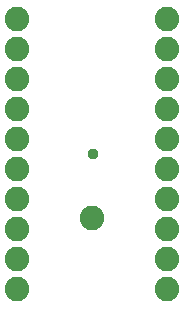
<source format=gbs>
G75*
%MOIN*%
%OFA0B0*%
%FSLAX25Y25*%
%IPPOS*%
%LPD*%
%AMOC8*
5,1,8,0,0,1.08239X$1,22.5*
%
%ADD10C,0.08200*%
%ADD11C,0.03778*%
D10*
X0011039Y0011118D03*
X0011039Y0021118D03*
X0011039Y0031118D03*
X0011039Y0041118D03*
X0011039Y0051118D03*
X0011039Y0061118D03*
X0011039Y0071118D03*
X0011039Y0081118D03*
X0011039Y0091118D03*
X0011039Y0101118D03*
X0036276Y0034858D03*
X0061039Y0031118D03*
X0061039Y0021118D03*
X0061039Y0011118D03*
X0061039Y0041118D03*
X0061039Y0051118D03*
X0061039Y0061118D03*
X0061039Y0071118D03*
X0061039Y0081118D03*
X0061039Y0091118D03*
X0061039Y0101118D03*
D11*
X0036315Y0056315D03*
M02*

</source>
